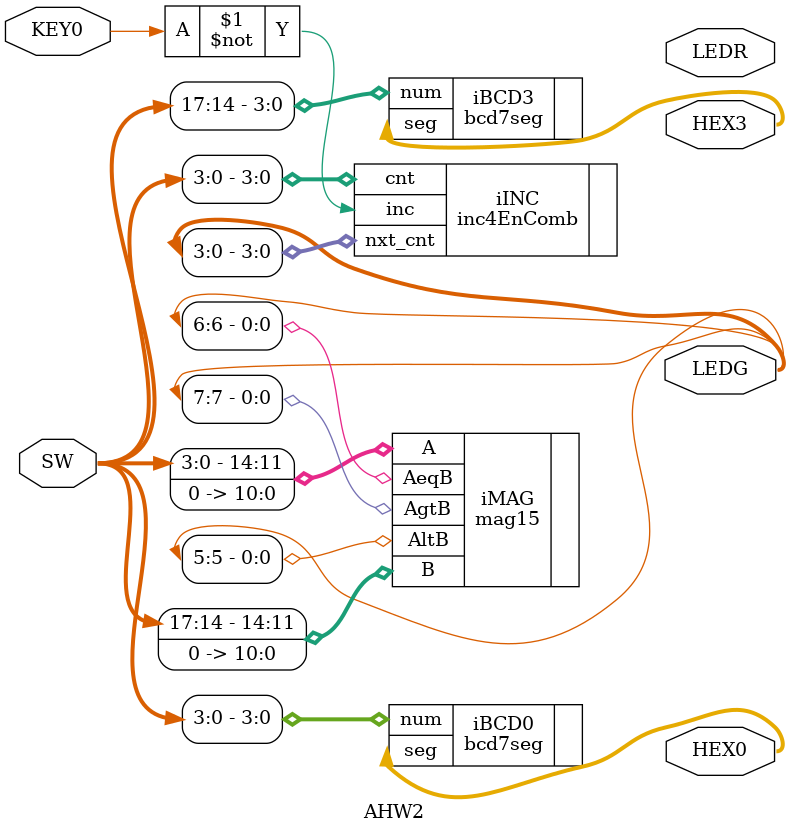
<source format=sv>
module AHW2(SW,KEY0,LEDR,HEX0,HEX3,LEDG);

  input [17:0] SW;			// slide switches [17:14] & [3:0] used
  input KEY0;				// ~inc (inverse of inc) for testing inc4EnComb
  output [17:0] LEDR;		// Red LEDs above swithes
  output [6:0] HEX0;		// from bcd7seg driven by SW[3:0] connected to "HEX0" display
  output [6:0] HEX3;		// from bcd7seg driven by SW[17:14] connected to HEX3
  output [7:0] LEDG;		// the greed LEDs
  
  ////////////////////////////////////////////////////////
  // instantiate bcd7seg drivers for HEX0 HEX3 display //
  //////////////////////////////////////////////////////
  bcd7seg iBCD0(.num(SW[3:0]),.seg(HEX0));
  bcd7seg iBCD3(.num(SW[17:14]),.seg(HEX3));
  
  ////////////////////////
  // Instantiate mag15 //
  //////////////////////
  mag15 iMAG(.A({SW[3:0],11'h000}),.B({SW[17:14],11'h000}),.AgtB(LEDG[7]),
             .AeqB(LEDG[6]),.AltB(LEDG[5]));

  /////////////////////////////
  // Instantiate inc4EnComb //
  ///////////////////////////
  inc4EnComb iINC(.cnt(SW[3:0]),.inc(~KEY0),.nxt_cnt(LEDG[3:0]));
 
endmodule
  
  
</source>
